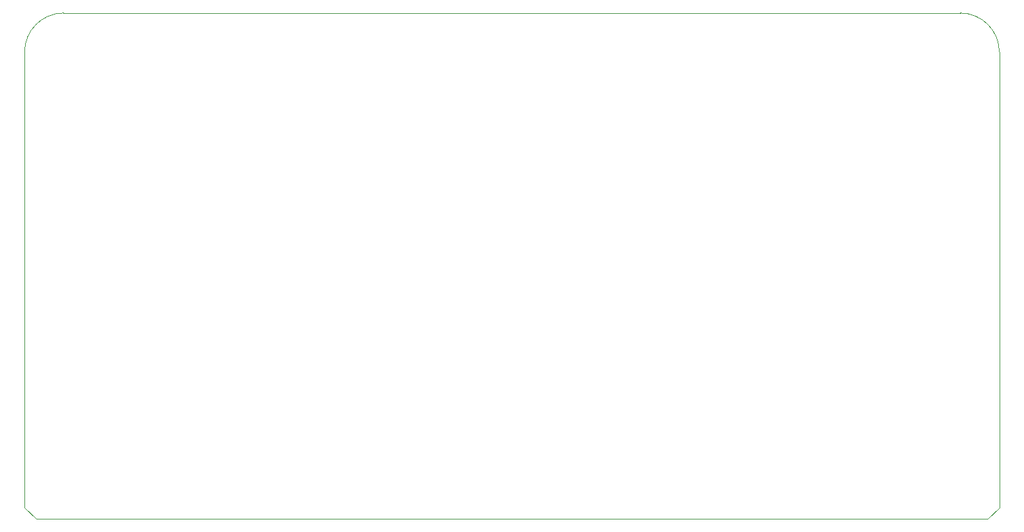
<source format=gm1>
G04 #@! TF.GenerationSoftware,KiCad,Pcbnew,5.1.6-c6e7f7d~87~ubuntu18.04.1*
G04 #@! TF.CreationDate,2020-09-06T16:42:54+12:00*
G04 #@! TF.ProjectId,M1 Temp Register,4d312054-656d-4702-9052-656769737465,rev?*
G04 #@! TF.SameCoordinates,Original*
G04 #@! TF.FileFunction,Profile,NP*
%FSLAX46Y46*%
G04 Gerber Fmt 4.6, Leading zero omitted, Abs format (unit mm)*
G04 Created by KiCad (PCBNEW 5.1.6-c6e7f7d~87~ubuntu18.04.1) date 2020-09-06 16:42:54*
%MOMM*%
%LPD*%
G01*
G04 APERTURE LIST*
G04 #@! TA.AperFunction,Profile*
%ADD10C,0.050000*%
G04 #@! TD*
G04 APERTURE END LIST*
D10*
X90027000Y-88844000D02*
X90027000Y-147344000D01*
X215027000Y-88844000D02*
X215027000Y-147344000D01*
X215027000Y-147344000D02*
X213527000Y-148844000D01*
X213527000Y-148844000D02*
X91527000Y-148844000D01*
X210027000Y-83844000D02*
X95027000Y-83844000D01*
X90027000Y-147344000D02*
X91527000Y-148844000D01*
X90027000Y-88844000D02*
G75*
G02*
X95027000Y-83844000I5000000J0D01*
G01*
X210027000Y-83844000D02*
G75*
G02*
X215027000Y-88844000I0J-5000000D01*
G01*
M02*

</source>
